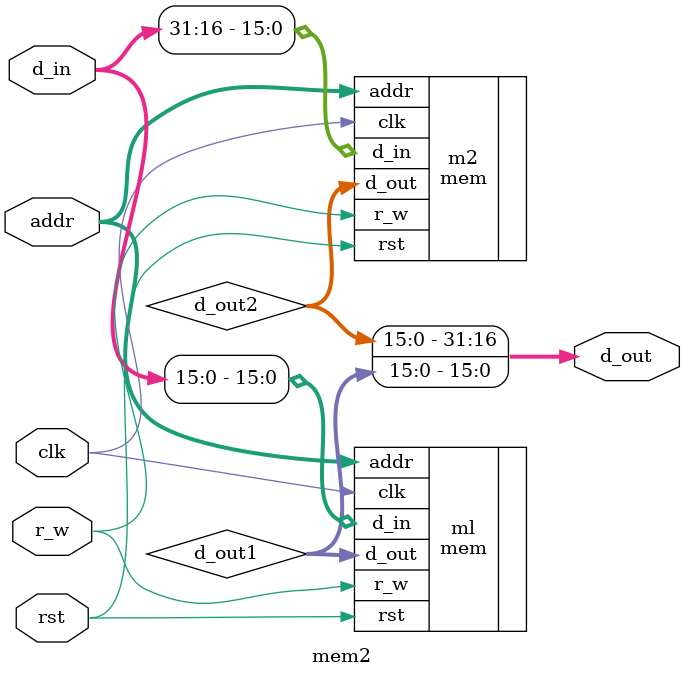
<source format=v>
module mem2(d_out, clk, rst, r_w, addr, d_in) ;
  input clk;
  input rst;
  input r_w;
  input [4:0]addr;
  input [31:0]d_in;
  output [31:0]d_out;
  
  wire [15:0] d_out1;
  wire [15:0] d_out2;
  
  mem ml (.clk(clk), .rst(rst), .r_w(r_w), .addr(addr), .d_in(d_in[15:0]), .d_out(d_out1));
  mem m2 (.clk(clk), .rst(rst), .r_w(r_w), .addr(addr), .d_in(d_in[31:16]), .d_out(d_out2));
  assign d_out = {d_out2,d_out1};

endmodule

</source>
